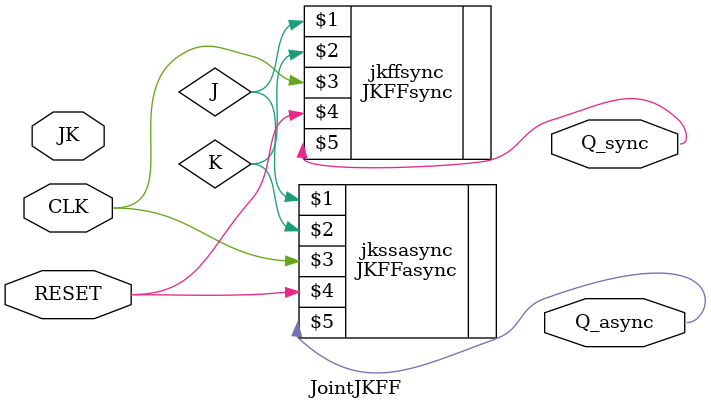
<source format=v>
`timescale 1ns / 1ps


module JointJKFF(JK, CLK, RESET, Q_sync, Q_async);
input [1:0] JK;
input CLK;
input RESET;
output Q_sync;
output Q_async;

JKFFsync jkffsync(J,K, CLK, RESET, Q_sync);
JKFFasync jkssasync(J,K, CLK, RESET, Q_async);

endmodule

</source>
